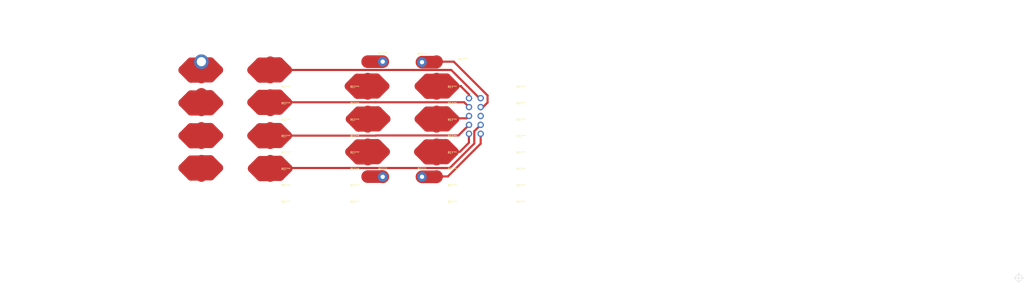
<source format=kicad_pcb>
(kicad_pcb (version 20221018) (generator pcbnew)
  (layers (0 "F.Cu" signal) (31 "B.Cu" signal) (34 "B.Paste" user) (35 "F.Paste" user) (36 "B.SilkS" user "B.Silkscreen") (37 "F.SilkS" user "F.Silkscreen") (38 "B.Mask" user) (39 "F.Mask" user) (44 "Edge.Cuts" user))
  (net 0 "")
  (footprint "USST-footprints:BatteryConnector" (layer "F.Cu") (at 149.948 37.592)
    (fp_text reference "REF**" (at -2.9455 -35.197) (layer "F.SilkS"))
    (fp_text value "BatteryConnector")
    (pad "" np_thru_hole circle (at 0 -16.8) (size 3 3) (drill 1.8) (layers "*.Cu"))
    (pad "" np_thru_hole circle (at 0 -12.6) (size 3 3) (drill 1.8) (layers "*.Cu"))
    (pad "" np_thru_hole circle (at 0 -8.4) (size 3 3) (drill 1.8) (layers "*.Cu"))
    (pad "" np_thru_hole circle (at 0 -4.2) (size 3 3) (drill 1.8) (layers "*.Cu"))
    (pad "" np_thru_hole circle (at 0 0) (size 3 3) (drill 1.8) (layers "*.Cu"))
    (pad "" np_thru_hole circle (at 5.5 -16.8) (size 3 3) (drill 1.8) (layers "*.Cu"))
    (pad "" np_thru_hole circle (at 5.5 -12.6) (size 3 3) (drill 1.8) (layers "*.Cu"))
    (pad "" np_thru_hole circle (at 5.5 -8.4) (size 3 3) (drill 1.8) (layers "*.Cu"))
    (pad "" np_thru_hole circle (at 5.5 -4.2) (size 3 3) (drill 1.8) (layers "*.Cu"))
    (pad "" np_thru_hole circle (at 5.5 0) (size 3 3) (drill 1.8) (layers "*.Cu"))
  )
  (footprint "USST-footprints:CFE_BP38121_30A_pogo_pin" (layer "F.Cu") (at 96 14.986)
    (fp_text reference "REF**" (at 0 0.5) (layer "F.SilkS"))
    (fp_text value "CFE_BP38121_30A_pogo_pin")
    (pad "1" smd circle (at -39.878 -11.43) (size 5 5) (layers "F.Cu" "F.Paste" "F.Mask"))
  )
  (footprint "USST-footprints:CFE_BP38121_30A_pogo_pin" (layer "F.Cu") (at 63.5 14.986)
    (fp_text reference "REF**" (at 0 0.5) (layer "F.SilkS"))
    (fp_text value "CFE_BP38121_30A_pogo_pin")
    (pad "1" thru_hole circle (at -39.878 -11.43) (size 6.858 6.858) (drill 4.33) (layers "*.Cu" "*.Mask"))
  )
  (footprint "USST-footprints:CFE_BP38121_30A_pogo_pin" (layer "F.Cu") (at 63.5 22.736)
    (fp_text reference "REF**" (at 0 0.5) (layer "F.SilkS"))
    (fp_text value "CFE_BP38121_30A_pogo_pin")
    (pad "2" smd circle (at -39.878 -11.43) (size 5 5) (layers "F.Cu" "F.Paste" "F.Mask"))
  )
  (footprint "USST-footprints:CFE_BP38121_30A_pogo_pin" (layer "F.Cu") (at 96 22.736)
    (fp_text reference "REF**" (at 0 0.5) (layer "F.SilkS"))
    (fp_text value "CFE_BP38121_30A_pogo_pin")
    (pad "2" smd circle (at -39.878 -11.43) (size 5 5) (layers "F.Cu" "F.Paste" "F.Mask"))
  )
  (footprint "USST-footprints:CFE_BP38121_30A_pogo_pin" (layer "F.Cu") (at 63.5 30.486)
    (fp_text reference "REF**" (at 0 0.5) (layer "F.SilkS"))
    (fp_text value "CFE_BP38121_30A_pogo_pin")
    (pad "3" smd circle (at -39.878 -11.43) (size 5 5) (layers "F.Cu" "F.Paste" "F.Mask"))
  )
  (footprint "USST-footprints:CFE_BP38121_30A_pogo_pin" (layer "F.Cu") (at 96 30.486)
    (fp_text reference "REF**" (at 0 0.5) (layer "F.SilkS"))
    (fp_text value "CFE_BP38121_30A_pogo_pin")
    (pad "3" smd circle (at -39.878 -11.43) (size 5 5) (layers "F.Cu" "F.Paste" "F.Mask"))
  )
  (footprint "USST-footprints:CFE_BP38121_30A_pogo_pin" (layer "F.Cu") (at 63.5 38.236)
    (fp_text reference "REF**" (at 0 0.5) (layer "F.SilkS"))
    (fp_text value "CFE_BP38121_30A_pogo_pin")
    (pad "4" smd circle (at -39.878 -11.43) (size 5 5) (layers "F.Cu" "F.Paste" "F.Mask"))
  )
  (footprint "USST-footprints:CFE_BP38121_30A_pogo_pin" (layer "F.Cu") (at 96 38.236)
    (fp_text reference "REF**" (at 0 0.5) (layer "F.SilkS"))
    (fp_text value "CFE_BP38121_30A_pogo_pin")
    (pad "4" smd circle (at -39.878 -11.43) (size 5 5) (layers "F.Cu" "F.Paste" "F.Mask"))
  )
  (footprint "USST-footprints:CFE_BP38121_30A_pogo_pin" (layer "F.Cu") (at 63.5 45.986)
    (fp_text reference "REF**" (at 0 0.5) (layer "F.SilkS"))
    (fp_text value "CFE_BP38121_30A_pogo_pin")
    (pad "5" smd circle (at -39.878 -11.43) (size 5 5) (layers "F.Cu" "F.Paste" "F.Mask"))
  )
  (footprint "USST-footprints:CFE_BP38121_30A_pogo_pin" (layer "F.Cu") (at 96 45.986)
    (fp_text reference "REF**" (at 0 0.5) (layer "F.SilkS"))
    (fp_text value "CFE_BP38121_30A_pogo_pin")
    (pad "5" smd circle (at -39.878 -11.43) (size 5 5) (layers "F.Cu" "F.Paste" "F.Mask"))
  )
  (footprint "USST-footprints:CFE_BP38121_30A_pogo_pin" (layer "F.Cu") (at 63.5 53.736)
    (fp_text reference "REF**" (at 0 0.5) (layer "F.SilkS"))
    (fp_text value "CFE_BP38121_30A_pogo_pin")
    (pad "6" smd circle (at -39.878 -11.43) (size 5 5) (layers "F.Cu" "F.Paste" "F.Mask"))
  )
  (footprint "USST-footprints:CFE_BP38121_30A_pogo_pin" (layer "F.Cu") (at 96 53.736)
    (fp_text reference "REF**" (at 0 0.5) (layer "F.SilkS"))
    (fp_text value "CFE_BP38121_30A_pogo_pin")
    (pad "6" smd circle (at -39.878 -11.43) (size 5 5) (layers "F.Cu" "F.Paste" "F.Mask"))
  )
  (footprint "USST-footprints:CFE_BP38121_30A_pogo_pin" (layer "F.Cu") (at 63.5 61.486)
    (fp_text reference "REF**" (at 0 0.5) (layer "F.SilkS"))
    (fp_text value "CFE_BP38121_30A_pogo_pin")
    (pad "7" smd circle (at -39.878 -11.43) (size 5 5) (layers "F.Cu" "F.Paste" "F.Mask"))
  )
  (footprint "USST-footprints:CFE_BP38121_30A_pogo_pin" (layer "F.Cu") (at 96 61.486)
    (fp_text reference "REF**" (at 0 0.5) (layer "F.SilkS"))
    (fp_text value "CFE_BP38121_30A_pogo_pin")
    (pad "7" smd circle (at -39.878 -11.43) (size 5 5) (layers "F.Cu" "F.Paste" "F.Mask"))
  )
  (footprint "USST-footprints:CFE_BP38121_30A_pogo_pin" (layer "F.Cu") (at 63.5 69.236)
    (fp_text reference "REF**" (at 0 0.5) (layer "F.SilkS"))
    (fp_text value "CFE_BP38121_30A_pogo_pin")
    (pad "8" smd circle (at -39.878 -11.43) (size 5 5) (layers "F.Cu" "F.Paste" "F.Mask"))
  )
  (footprint "USST-footprints:CFE_BP38121_30A_pogo_pin" (layer "F.Cu") (at 96 69.236)
    (fp_text reference "REF**" (at 0 0.5) (layer "F.SilkS"))
    (fp_text value "CFE_BP38121_30A_pogo_pin")
    (pad "8" smd circle (at -39.878 -11.43) (size 5 5) (layers "F.Cu" "F.Paste" "F.Mask"))
  )
  (footprint "USST-footprints:CFE_BP38121_30A_pogo_pin" (layer "F.Cu") (at 142 22.736)
    (fp_text reference "REF**" (at 0 0.5) (layer "F.SilkS"))
    (fp_text value "CFE_BP38121_30A_pogo_pin")
    (pad "2" smd circle (at -39.878 -11.43) (size 5 5) (layers "F.Cu" "F.Paste" "F.Mask"))
  )
  (footprint "USST-footprints:CFE_BP38121_30A_pogo_pin" (layer "F.Cu") (at 142 61.486)
    (fp_text reference "REF**" (at 0 0.5) (layer "F.SilkS"))
    (fp_text value "CFE_BP38121_30A_pogo_pin")
    (pad "7" smd circle (at -39.878 -11.43) (size 5 5) (layers "F.Cu" "F.Paste" "F.Mask"))
  )
  (footprint "USST-footprints:CFE_BP38121_30A_pogo_pin" (layer "F.Cu") (at 142 53.736)
    (fp_text reference "REF**" (at 0 0.5) (layer "F.SilkS"))
    (fp_text value "CFE_BP38121_30A_pogo_pin")
    (pad "6" smd circle (at -39.878 -11.43) (size 5 5) (layers "F.Cu" "F.Paste" "F.Mask"))
  )
  (footprint "USST-footprints:CFE_BP38121_30A_pogo_pin" (layer "F.Cu") (at 142 14.986)
    (fp_text reference "REF**" (at 0 0.5) (layer "F.SilkS"))
    (fp_text value "CFE_BP38121_30A_pogo_pin")
    (pad "1" smd circle (at -39.878 -11.43) (size 5 5) (layers "F.Cu" "F.Paste" "F.Mask"))
  )
  (footprint "USST-footprints:CFE_BP38121_30A_pogo_pin" (layer "F.Cu") (at 142 45.986)
    (fp_text reference "REF**" (at 0 0.5) (layer "F.SilkS"))
    (fp_text value "CFE_BP38121_30A_pogo_pin")
    (pad "5" smd circle (at -39.878 -11.43) (size 5 5) (layers "F.Cu" "F.Paste" "F.Mask"))
  )
  (footprint "USST-footprints:CFE_BP38121_30A_pogo_pin" (layer "F.Cu") (at 142 30.486)
    (fp_text reference "REF**" (at 0 0.5) (layer "F.SilkS"))
    (fp_text value "CFE_BP38121_30A_pogo_pin")
    (pad "3" smd circle (at -39.878 -11.43) (size 5 5) (layers "F.Cu" "F.Paste" "F.Mask"))
  )
  (footprint "USST-footprints:CFE_BP38121_30A_pogo_pin" (layer "F.Cu") (at 142 38.236)
    (fp_text reference "REF**" (at 0 0.5) (layer "F.SilkS"))
    (fp_text value "CFE_BP38121_30A_pogo_pin")
    (pad "4" smd circle (at -39.878 -11.43) (size 5 5) (layers "F.Cu" "F.Paste" "F.Mask"))
  )
  (footprint "USST-footprints:CFE_BP38121_30A_pogo_pin" (layer "F.Cu") (at 142 69.236)
    (fp_text reference "REF**" (at 0 0.5) (layer "F.SilkS"))
    (fp_text value "CFE_BP38121_30A_pogo_pin")
    (pad "8" smd circle (at -39.878 -11.43) (size 5 5) (layers "F.Cu" "F.Paste" "F.Mask"))
  )
  (footprint "USST-footprints:CFE_BP38121_30A_pogo_pin" (layer "F.Cu") (at 174.5 14.986)
    (fp_text reference "REF**" (at 0 0.5) (layer "F.SilkS"))
    (fp_text value "CFE_BP38121_30A_pogo_pin")
    (pad "1" smd circle (at -39.878 -11.43) (size 5 5) (layers "F.Cu" "F.Paste" "F.Mask"))
  )
  (footprint "USST-footprints:CFE_BP38121_30A_pogo_pin" (layer "F.Cu") (at 174.5 22.736)
    (fp_text reference "REF**" (at 0 0.5) (layer "F.SilkS"))
    (fp_text value "CFE_BP38121_30A_pogo_pin")
    (pad "2" smd circle (at -39.878 -11.43) (size 5 5) (layers "F.Cu" "F.Paste" "F.Mask"))
  )
  (footprint "USST-footprints:CFE_BP38121_30A_pogo_pin" (layer "F.Cu") (at 174.5 38.236)
    (fp_text reference "REF**" (at 0 0.5) (layer "F.SilkS"))
    (fp_text value "CFE_BP38121_30A_pogo_pin")
    (pad "4" smd circle (at -39.878 -11.43) (size 5 5) (layers "F.Cu" "F.Paste" "F.Mask"))
  )
  (footprint "USST-footprints:CFE_BP38121_30A_pogo_pin" (layer "F.Cu") (at 174.5 30.486)
    (fp_text reference "REF**" (at 0 0.5) (layer "F.SilkS"))
    (fp_text value "CFE_BP38121_30A_pogo_pin")
    (pad "3" smd circle (at -39.878 -11.43) (size 5 5) (layers "F.Cu" "F.Paste" "F.Mask"))
  )
  (footprint "USST-footprints:CFE_BP38121_30A_pogo_pin" (layer "F.Cu") (at 174.5 45.986)
    (fp_text reference "REF**" (at 0 0.5) (layer "F.SilkS"))
    (fp_text value "CFE_BP38121_30A_pogo_pin")
    (pad "5" smd circle (at -39.878 -11.43) (size 5 5) (layers "F.Cu" "F.Paste" "F.Mask"))
  )
  (footprint "USST-footprints:CFE_BP38121_30A_pogo_pin" (layer "F.Cu") (at 174.5 69.236)
    (fp_text reference "REF**" (at 0 0.5) (layer "F.SilkS"))
    (fp_text value "CFE_BP38121_30A_pogo_pin")
    (pad "8" smd circle (at -39.878 -11.43) (size 5 5) (layers "F.Cu" "F.Paste" "F.Mask"))
  )
  (footprint "USST-footprints:CFE_BP38121_30A_pogo_pin" (layer "F.Cu") (at 174.5 61.486)
    (fp_text reference "REF**" (at 0 0.5) (layer "F.SilkS"))
    (fp_text value "CFE_BP38121_30A_pogo_pin")
    (pad "7" smd circle (at -39.878 -11.43) (size 5 5) (layers "F.Cu" "F.Paste" "F.Mask"))
  )
  (footprint "USST-footprints:CFE_BP38121_30A_pogo_pin" (layer "F.Cu") (at 174.5 53.736)
    (fp_text reference "REF**" (at 0 0.5) (layer "F.SilkS"))
    (fp_text value "CFE_BP38121_30A_pogo_pin")
    (pad "6" smd circle (at -39.878 -11.43) (size 5 5) (layers "F.Cu" "F.Paste" "F.Mask"))
  )
  (footprint "Wire_Pads:SolderWirePad_single_2mmDrill" (layer "F.Cu") (at 127.762 57.912)
    (fp_text reference "REF**" (at 0 -3.81) (layer "F.SilkS"))
    (fp_text value "SolderWirePad_single_2mmDrill")
    (pad "1" thru_hole circle (at 0 0) (size 4.50088 4.50088) (drill 1.99898) (layers "*.Cu" "*.Mask"))
  )
  (footprint "Wire_Pads:SolderWirePad_single_2mmDrill" (layer "F.Cu") (at 127.762 3.81)
    (fp_text reference "REF**" (at 0 -3.81) (layer "F.SilkS"))
    (fp_text value "SolderWirePad_single_2mmDrill")
    (pad "1" thru_hole circle (at 0 0) (size 4.50088 4.50088) (drill 1.99898) (layers "*.Cu" "*.Mask"))
  )
  (footprint "Wire_Pads:SolderWirePad_single_2mmDrill" (layer "F.Cu") (at 109.22 57.912)
    (fp_text reference "REF**" (at 0 -3.81) (layer "F.SilkS"))
    (fp_text value "SolderWirePad_single_2mmDrill")
    (pad "1" thru_hole circle (at 0 0) (size 4.50088 4.50088) (drill 1.99898) (layers "*.Cu" "*.Mask"))
  )
  (footprint "Wire_Pads:SolderWirePad_single_2mmDrill" (layer "F.Cu") (at 109.22 3.556)
    (fp_text reference "REF**" (at 0 -3.81) (layer "F.SilkS"))
    (fp_text value "SolderWirePad_single_2mmDrill")
    (pad "1" thru_hole circle (at 0 0) (size 4.50088 4.50088) (drill 1.99898) (layers "*.Cu" "*.Mask"))
  )
  (target plus (at 409.448 105.664) (size 5) (width 0.15) (layer "Edge.Cuts"))
  (segment (start 47.356794 7.50658) (end 51.188851 3.674522) (width 4.13) (layer "F.Cu") (net 0))
  (segment (start 51.188851 3.674522) (end 55.544376 3.674522) (width 4.13) (layer "F.Cu") (net 0))
  (segment (start 51.274736 11.424522) (end 47.356794 7.50658) (width 4.13) (layer "F.Cu") (net 0))
  (segment (start 55.544376 11.424522) (end 51.274736 11.424522) (width 4.13) (layer "F.Cu") (net 0))
  (segment (start 23.61 3.556) (end 23.61 11.306) (width 4.13) (layer "F.Cu") (net 0))
  (segment (start 18.676851 3.674522) (end 23.032376 3.674522) (width 4.13) (layer "F.Cu") (net 0))
  (segment (start 14.844794 7.50658) (end 18.676851 3.674522) (width 4.13) (layer "F.Cu") (net 0))
  (segment (start 23.032376 11.424522) (end 18.762736 11.424522) (width 4.13) (layer "F.Cu") (net 0))
  (segment (start 18.762736 11.424522) (end 14.844794 7.50658) (width 4.13) (layer "F.Cu") (net 0))
  (segment (start 31.797582 7.473942) (end 27.965525 11.306) (width 4.13) (layer "F.Cu") (net 0))
  (segment (start 27.965525 11.306) (end 23.61 11.306) (width 4.13) (layer "F.Cu") (net 0))
  (segment (start 27.87964 3.556) (end 31.797582 7.473942) (width 4.13) (layer "F.Cu") (net 0))
  (segment (start 23.61 3.556) (end 27.87964 3.556) (width 4.13) (layer "F.Cu") (net 0))
  (segment (start 23.61 19.05) (end 23.61 26.8) (width 4.13) (layer "F.Cu") (net 0))
  (segment (start 18.676851 19.168522) (end 23.032376 19.168522) (width 4.13) (layer "F.Cu") (net 0))
  (segment (start 14.844794 23.00058) (end 18.676851 19.168522) (width 4.13) (layer "F.Cu") (net 0))
  (segment (start 23.032376 26.918522) (end 18.762736 26.918522) (width 4.13) (layer "F.Cu") (net 0))
  (segment (start 18.762736 26.918522) (end 14.844794 23.00058) (width 4.13) (layer "F.Cu") (net 0))
  (segment (start 31.797582 22.967942) (end 27.965525 26.8) (width 4.13) (layer "F.Cu") (net 0))
  (segment (start 27.965525 26.8) (end 23.61 26.8) (width 4.13) (layer "F.Cu") (net 0))
  (segment (start 27.87964 19.05) (end 31.797582 22.967942) (width 4.13) (layer "F.Cu") (net 0))
  (segment (start 23.61 19.05) (end 27.87964 19.05) (width 4.13) (layer "F.Cu") (net 0))
  (segment (start 60.39164 18.796) (end 64.309582 22.713942) (width 4.13) (layer "F.Cu") (net 0))
  (segment (start 60.477525 26.546) (end 56.122 26.546) (width 4.13) (layer "F.Cu") (net 0))
  (segment (start 64.309582 22.713942) (end 60.477525 26.546) (width 4.13) (layer "F.Cu") (net 0))
  (segment (start 51.274736 26.664522) (end 47.356794 22.74658) (width 4.13) (layer "F.Cu") (net 0))
  (segment (start 55.544376 26.664522) (end 51.274736 26.664522) (width 4.13) (layer "F.Cu") (net 0))
  (segment (start 47.356794 22.74658) (end 51.188851 18.914522) (width 4.13) (layer "F.Cu") (net 0))
  (segment (start 51.188851 18.914522) (end 55.544376 18.914522) (width 4.13) (layer "F.Cu") (net 0))
  (segment (start 56.122 18.796) (end 60.39164 18.796) (width 4.13) (layer "F.Cu") (net 0))
  (segment (start 56.122 18.796) (end 56.122 26.546) (width 4.13) (layer "F.Cu") (net 0))
  (segment (start 27.87964 34.544) (end 31.797582 38.461942) (width 4.13) (layer "F.Cu") (net 0))
  (segment (start 27.965525 42.294) (end 23.61 42.294) (width 4.13) (layer "F.Cu") (net 0))
  (segment (start 31.797582 38.461942) (end 27.965525 42.294) (width 4.13) (layer "F.Cu") (net 0))
  (segment (start 18.762736 42.412522) (end 14.844794 38.49458) (width 4.13) (layer "F.Cu") (net 0))
  (segment (start 23.032376 42.412522) (end 18.762736 42.412522) (width 4.13) (layer "F.Cu") (net 0))
  (segment (start 14.844794 38.49458) (end 18.676851 34.662522) (width 4.13) (layer "F.Cu") (net 0))
  (segment (start 18.676851 34.662522) (end 23.032376 34.662522) (width 4.13) (layer "F.Cu") (net 0))
  (segment (start 23.61 34.544) (end 27.87964 34.544) (width 4.13) (layer "F.Cu") (net 0))
  (segment (start 23.61 34.544) (end 23.61 42.294) (width 4.13) (layer "F.Cu") (net 0))
  (segment (start 60.39164 34.544) (end 64.309582 38.461942) (width 4.13) (layer "F.Cu") (net 0))
  (segment (start 60.477525 42.294) (end 56.122 42.294) (width 4.13) (layer "F.Cu") (net 0))
  (segment (start 64.309582 38.461942) (end 60.477525 42.294) (width 4.13) (layer "F.Cu") (net 0))
  (segment (start 51.274736 42.412522) (end 47.356794 38.49458) (width 4.13) (layer "F.Cu") (net 0))
  (segment (start 55.544376 42.412522) (end 51.274736 42.412522) (width 4.13) (layer "F.Cu") (net 0))
  (segment (start 47.356794 38.49458) (end 51.188851 34.662522) (width 4.13) (layer "F.Cu") (net 0))
  (segment (start 51.188851 34.662522) (end 55.544376 34.662522) (width 4.13) (layer "F.Cu") (net 0))
  (segment (start 56.122 34.544) (end 60.39164 34.544) (width 4.13) (layer "F.Cu") (net 0))
  (segment (start 56.122 34.544) (end 56.122 42.294) (width 4.13) (layer "F.Cu") (net 0))
  (segment (start 27.87964 49.784) (end 31.797582 53.701942) (width 4.13) (layer "F.Cu") (net 0))
  (segment (start 27.965525 57.534) (end 23.61 57.534) (width 4.13) (layer "F.Cu") (net 0))
  (segment (start 31.797582 53.701942) (end 27.965525 57.534) (width 4.13) (layer "F.Cu") (net 0))
  (segment (start 18.762736 57.652522) (end 14.844794 53.73458) (width 4.13) (layer "F.Cu") (net 0))
  (segment (start 23.032376 57.652522) (end 18.762736 57.652522) (width 4.13) (layer "F.Cu") (net 0))
  (segment (start 14.844794 53.73458) (end 18.676851 49.902522) (width 4.13) (layer "F.Cu") (net 0))
  (segment (start 18.676851 49.902522) (end 23.032376 49.902522) (width 4.13) (layer "F.Cu") (net 0))
  (segment (start 23.61 49.784) (end 27.87964 49.784) (width 4.13) (layer "F.Cu") (net 0))
  (segment (start 23.61 49.784) (end 23.61 57.534) (width 4.13) (layer "F.Cu") (net 0))
  (segment (start 60.64564 50.038) (end 64.563582 53.955942) (width 4.13) (layer "F.Cu") (net 0))
  (segment (start 60.731525 57.788) (end 56.376 57.788) (width 4.13) (layer "F.Cu") (net 0))
  (segment (start 64.563582 53.955942) (end 60.731525 57.788) (width 4.13) (layer "F.Cu") (net 0))
  (segment (start 51.528736 57.906522) (end 47.610794 53.98858) (width 4.13) (layer "F.Cu") (net 0))
  (segment (start 55.798376 57.906522) (end 51.528736 57.906522) (width 4.13) (layer "F.Cu") (net 0))
  (segment (start 47.610794 53.98858) (end 51.442851 50.156522) (width 4.13) (layer "F.Cu") (net 0))
  (segment (start 51.442851 50.156522) (end 55.798376 50.156522) (width 4.13) (layer "F.Cu") (net 0))
  (segment (start 56.376 50.038) (end 60.64564 50.038) (width 4.13) (layer "F.Cu") (net 0))
  (segment (start 56.376 50.038) (end 56.376 57.788) (width 4.13) (layer "F.Cu") (net 0))
  (segment (start 106.451525 18.926) (end 102.096 18.926) (width 4.13) (layer "F.Cu") (net 0))
  (segment (start 110.283582 15.093942) (end 106.451525 18.926) (width 4.13) (layer "F.Cu") (net 0))
  (segment (start 102.096 11.176) (end 106.36564 11.176) (width 4.13) (layer "F.Cu") (net 0))
  (segment (start 106.36564 11.176) (end 110.283582 15.093942) (width 4.13) (layer "F.Cu") (net 0))
  (segment (start 102.096 11.176) (end 102.096 18.926) (width 4.13) (layer "F.Cu") (net 0))
  (segment (start 101.518376 19.044522) (end 97.248736 19.044522) (width 4.13) (layer "F.Cu") (net 0))
  (segment (start 97.248736 19.044522) (end 93.330794 15.12658) (width 4.13) (layer "F.Cu") (net 0))
  (segment (start 93.330794 15.12658) (end 97.162851 11.294522) (width 4.13) (layer "F.Cu") (net 0))
  (segment (start 97.162851 11.294522) (end 101.518376 11.294522) (width 4.13) (layer "F.Cu") (net 0))
  (segment (start 139.471525 18.926) (end 135.116 18.926) (width 4.13) (layer "F.Cu") (net 0))
  (segment (start 143.303582 15.093942) (end 139.471525 18.926) (width 4.13) (layer "F.Cu") (net 0))
  (segment (start 135.116 11.176) (end 139.38564 11.176) (width 4.13) (layer "F.Cu") (net 0))
  (segment (start 139.38564 11.176) (end 143.303582 15.093942) (width 4.13) (layer "F.Cu") (net 0))
  (segment (start 135.116 11.176) (end 135.116 18.926) (width 4.13) (layer "F.Cu") (net 0))
  (segment (start 134.538376 19.044522) (end 130.268736 19.044522) (width 4.13) (layer "F.Cu") (net 0))
  (segment (start 130.268736 19.044522) (end 126.350794 15.12658) (width 4.13) (layer "F.Cu") (net 0))
  (segment (start 126.350794 15.12658) (end 130.182851 11.294522) (width 4.13) (layer "F.Cu") (net 0))
  (segment (start 130.182851 11.294522) (end 134.538376 11.294522) (width 4.13) (layer "F.Cu") (net 0))
  (segment (start 106.959525 34.42) (end 102.604 34.42) (width 4.13) (layer "F.Cu") (net 0))
  (segment (start 110.791582 30.587942) (end 106.959525 34.42) (width 4.13) (layer "F.Cu") (net 0))
  (segment (start 102.604 26.67) (end 106.87364 26.67) (width 4.13) (layer "F.Cu") (net 0))
  (segment (start 106.87364 26.67) (end 110.791582 30.587942) (width 4.13) (layer "F.Cu") (net 0))
  (segment (start 102.604 26.67) (end 102.604 34.42) (width 4.13) (layer "F.Cu") (net 0))
  (segment (start 102.026376 34.538522) (end 97.756736 34.538522) (width 4.13) (layer "F.Cu") (net 0))
  (segment (start 97.756736 34.538522) (end 93.838794 30.62058) (width 4.13) (layer "F.Cu") (net 0))
  (segment (start 93.838794 30.62058) (end 97.670851 26.788522) (width 4.13) (layer "F.Cu") (net 0))
  (segment (start 97.670851 26.788522) (end 102.026376 26.788522) (width 4.13) (layer "F.Cu") (net 0))
  (segment (start 139.471525 34.42) (end 135.116 34.42) (width 4.13) (layer "F.Cu") (net 0))
  (segment (start 143.303582 30.587942) (end 139.471525 34.42) (width 4.13) (layer "F.Cu") (net 0))
  (segment (start 135.116 26.67) (end 139.38564 26.67) (width 4.13) (layer "F.Cu") (net 0))
  (segment (start 139.38564 26.67) (end 143.303582 30.587942) (width 4.13) (layer "F.Cu") (net 0))
  (segment (start 135.116 26.67) (end 135.116 34.42) (width 4.13) (layer "F.Cu") (net 0))
  (segment (start 134.538376 34.538522) (end 130.268736 34.538522) (width 4.13) (layer "F.Cu") (net 0))
  (segment (start 130.268736 34.538522) (end 126.350794 30.62058) (width 4.13) (layer "F.Cu") (net 0))
  (segment (start 126.350794 30.62058) (end 130.182851 26.788522) (width 4.13) (layer "F.Cu") (net 0))
  (segment (start 130.182851 26.788522) (end 134.538376 26.788522) (width 4.13) (layer "F.Cu") (net 0))
  (segment (start 106.705525 49.914) (end 102.35 49.914) (width 4.13) (layer "F.Cu") (net 0))
  (segment (start 110.537582 46.081942) (end 106.705525 49.914) (width 4.13) (layer "F.Cu") (net 0))
  (segment (start 102.35 42.164) (end 106.61964 42.164) (width 4.13) (layer "F.Cu") (net 0))
  (segment (start 106.61964 42.164) (end 110.537582 46.081942) (width 4.13) (layer "F.Cu") (net 0))
  (segment (start 102.35 42.164) (end 102.35 49.914) (width 4.13) (layer "F.Cu") (net 0))
  (segment (start 101.772376 50.032522) (end 97.502736 50.032522) (width 4.13) (layer "F.Cu") (net 0))
  (segment (start 97.502736 50.032522) (end 93.584794 46.11458) (width 4.13) (layer "F.Cu") (net 0))
  (segment (start 93.584794 46.11458) (end 97.416851 42.282522) (width 4.13) (layer "F.Cu") (net 0))
  (segment (start 97.416851 42.282522) (end 101.772376 42.282522) (width 4.13) (layer "F.Cu") (net 0))
  (segment (start 139.217525 49.914) (end 134.862 49.914) (width 4.13) (layer "F.Cu") (net 0))
  (segment (start 143.049582 46.081942) (end 139.217525 49.914) (width 4.13) (layer "F.Cu") (net 0))
  (segment (start 134.862 42.164) (end 139.13164 42.164) (width 4.13) (layer "F.Cu") (net 0))
  (segment (start 139.13164 42.164) (end 143.049582 46.081942) (width 4.13) (layer "F.Cu") (net 0))
  (segment (start 134.862 42.164) (end 134.862 49.914) (width 4.13) (layer "F.Cu") (net 0))
  (segment (start 134.284376 50.032522) (end 130.014736 50.032522) (width 4.13) (layer "F.Cu") (net 0))
  (segment (start 130.014736 50.032522) (end 126.096794 46.11458) (width 4.13) (layer "F.Cu") (net 0))
  (segment (start 126.096794 46.11458) (end 129.928851 42.282522) (width 4.13) (layer "F.Cu") (net 0))
  (segment (start 129.928851 42.282522) (end 134.284376 42.282522) (width 4.13) (layer "F.Cu") (net 0))
  (segment (start 23.622 36.328) (end 27.178 39.884) (width 6) (layer "F.Cu") (net 0))
  (segment (start 20.32 39.63) (end 23.622 36.328) (width 6) (layer "F.Cu") (net 0))
  (segment (start 23.368 51.568) (end 26.924 55.124) (width 6) (layer "F.Cu") (net 0))
  (segment (start 20.066 54.87) (end 23.368 51.568) (width 6) (layer "F.Cu") (net 0))
  (segment (start 55.626 5.086) (end 59.182 8.642) (width 6) (layer "F.Cu") (net 0))
  (segment (start 52.324 8.388) (end 55.626 5.086) (width 6) (layer "F.Cu") (net 0))
  (segment (start 55.626 20.58) (end 59.182 24.136) (width 6) (layer "F.Cu") (net 0))
  (segment (start 52.324 23.882) (end 55.626 20.58) (width 6) (layer "F.Cu") (net 0))
  (segment (start 55.88 36.074) (end 59.436 39.63) (width 6) (layer "F.Cu") (net 0))
  (segment (start 52.578 39.376) (end 55.88 36.074) (width 6) (layer "F.Cu") (net 0))
  (segment (start 55.88 51.568) (end 59.436 55.124) (width 6) (layer "F.Cu") (net 0))
  (segment (start 52.578 54.87) (end 55.88 51.568) (width 6) (layer "F.Cu") (net 0))
  (segment (start 101.6 12.706) (end 105.156 16.262) (width 6) (layer "F.Cu") (net 0))
  (segment (start 98.298 16.008) (end 101.6 12.706) (width 6) (layer "F.Cu") (net 0))
  (segment (start 101.854 28.2) (end 105.41 31.756) (width 6) (layer "F.Cu") (net 0))
  (segment (start 98.552 31.502) (end 101.854 28.2) (width 6) (layer "F.Cu") (net 0))
  (segment (start 101.854 43.948) (end 105.41 47.504) (width 6) (layer "F.Cu") (net 0))
  (segment (start 98.552 47.25) (end 101.854 43.948) (width 6) (layer "F.Cu") (net 0))
  (segment (start 134.62 12.706) (end 138.176 16.262) (width 6) (layer "F.Cu") (net 0))
  (segment (start 131.318 16.008) (end 134.62 12.706) (width 6) (layer "F.Cu") (net 0))
  (segment (start 134.62 28.454) (end 138.176 32.01) (width 6) (layer "F.Cu") (net 0))
  (segment (start 131.318 31.756) (end 134.62 28.454) (width 6) (layer "F.Cu") (net 0))
  (segment (start 134.366 43.948) (end 137.922 47.504) (width 6) (layer "F.Cu") (net 0))
  (segment (start 131.064 47.25) (end 134.366 43.948) (width 6) (layer "F.Cu") (net 0))
  (segment (start 106.053599 38.374401) (end 105.966058 38.461942) (width 1) (layer "F.Cu") (net 0))
  (segment (start 149.948 37.592) (end 149.910216 37.629784) (width 1) (layer "F.Cu") (net 0))
  (segment (start 149.910216 41.821133) (end 145.649407 46.081942) (width 1) (layer "F.Cu") (net 0))
  (segment (start 127.762 3.81) (end 134.368 3.81) (width 6) (layer "F.Cu") (net 0))
  (segment (start 155.448 37.592) (end 155.448 42.248846) (width 1) (layer "F.Cu") (net 0))
  (segment (start 64.767397 53.752127) (end 64.563582 53.955942) (width 1) (layer "F.Cu") (net 0))
  (segment (start 149.948 19.057461) (end 146.09027 15.19973) (width 1) (layer "F.Cu") (net 0))
  (segment (start 152.428982 42.218832) (end 140.895687 53.752127) (width 1) (layer "F.Cu") (net 0))
  (segment (start 56.122 3.556) (end 60.39164 3.556) (width 4.13) (layer "F.Cu") (net 0))
  (segment (start 127.762 57.912) (end 134.516 57.912) (width 6) (layer "F.Cu") (net 0))
  (segment (start 105.966058 38.461942) (end 64.309582 38.461942) (width 1) (layer "F.Cu") (net 0))
  (segment (start 134.368 3.81) (end 134.622 3.556) (width 6) (layer "F.Cu") (net 0))
  (segment (start 147.669942 22.713942) (end 105.779942 22.713942) (width 1) (layer "F.Cu") (net 0))
  (segment (start 20.32 6.858) (end 23.622 3.556) (width 6) (layer "F.Cu") (net 0))
  (segment (start 60.39164 3.556) (end 64.309582 7.473942) (width 4.13) (layer "F.Cu") (net 0))
  (segment (start 158.712908 22.83521) (end 156.556118 24.992) (width 1) (layer "F.Cu") (net 0))
  (segment (start 155.448 20.792) (end 154.864137 20.792) (width 1) (layer "F.Cu") (net 0))
  (segment (start 134.698875 57.729125) (end 134.622 57.806) (width 1) (layer "F.Cu") (net 0))
  (segment (start 102.122 3.556) (end 109.22 3.556) (width 6) (layer "F.Cu") (net 0))
  (segment (start 154.864137 20.792) (end 141.54608 7.473942) (width 1) (layer "F.Cu") (net 0))
  (segment (start 143.603686 30.287838) (end 148.852162 30.287838) (width 1) (layer "F.Cu") (net 0))
  (segment (start 156.556118 24.992) (end 155.448 24.992) (width 1) (layer "F.Cu") (net 0))
  (segment (start 146.196058 15.093942) (end 143.303582 15.093942) (width 1) (layer "F.Cu") (net 0))
  (segment (start 158.712908 19.518861) (end 158.712908 22.83521) (width 1) (layer "F.Cu") (net 0))
  (segment (start 60.477525 11.306) (end 56.122 11.306) (width 4.13) (layer "F.Cu") (net 0))
  (segment (start 134.516 57.912) (end 134.622 57.806) (width 6) (layer "F.Cu") (net 0))
  (segment (start 152.428982 36.411018) (end 152.428982 42.218832) (width 1) (layer "F.Cu") (net 0))
  (segment (start 140.895687 53.752127) (end 64.767397 53.752127) (width 1) (layer "F.Cu") (net 0))
  (segment (start 134.622 3.556) (end 142.750047 3.556) (width 1) (layer "F.Cu") (net 0))
  (segment (start 141.54608 7.473942) (end 64.309582 7.473942) (width 1) (layer "F.Cu") (net 0))
  (segment (start 20.32 22.358) (end 23.622 19.056) (width 6) (layer "F.Cu") (net 0))
  (segment (start 139.967721 57.729125) (end 134.698875 57.729125) (width 1) (layer "F.Cu") (net 0))
  (segment (start 143.303582 30.587942) (end 143.603686 30.287838) (width 1) (layer "F.Cu") (net 0))
  (segment (start 109.114 57.806) (end 109.22 57.912) (width 6) (layer "F.Cu") (net 0))
  (segment (start 145.649407 46.081942) (end 143.049582 46.081942) (width 1) (layer "F.Cu") (net 0))
  (segment (start 144.965599 38.374401) (end 106.053599 38.374401) (width 1) (layer "F.Cu") (net 0))
  (segment (start 56.122 3.556) (end 56.122 11.306) (width 4.13) (layer "F.Cu") (net 0))
  (segment (start 23.622 3.556) (end 27.178 7.112) (width 6) (layer "F.Cu") (net 0))
  (segment (start 155.448 42.248846) (end 139.967721 57.729125) (width 1) (layer "F.Cu") (net 0))
  (segment (start 105.779942 22.713942) (end 64.309582 22.713942) (width 1) (layer "F.Cu") (net 0))
  (segment (start 149.948 24.992) (end 147.669942 22.713942) (width 1) (layer "F.Cu") (net 0))
  (segment (start 64.309582 7.473942) (end 60.477525 11.306) (width 4.13) (layer "F.Cu") (net 0))
  (segment (start 146.09027 15.19973) (end 146.196058 15.093942) (width 1) (layer "F.Cu") (net 0))
  (segment (start 148.852162 30.287838) (end 149.948 29.192) (width 1) (layer "F.Cu") (net 0))
  (segment (start 149.910216 37.629784) (end 149.910216 41.821133) (width 1) (layer "F.Cu") (net 0))
  (segment (start 149.948 20.792) (end 149.948 19.057461) (width 1) (layer "F.Cu") (net 0))
  (segment (start 23.622 19.056) (end 27.178 22.612) (width 6) (layer "F.Cu") (net 0))
  (segment (start 149.948 33.392) (end 144.965599 38.374401) (width 1) (layer "F.Cu") (net 0))
  (segment (start 142.750047 3.556) (end 158.712908 19.518861) (width 1) (layer "F.Cu") (net 0))
  (segment (start 102.122 57.806) (end 109.114 57.806) (width 6) (layer "F.Cu") (net 0))
  (segment (start 155.448 33.392) (end 152.428982 36.411018) (width 1) (layer "F.Cu") (net 0))
)
</source>
